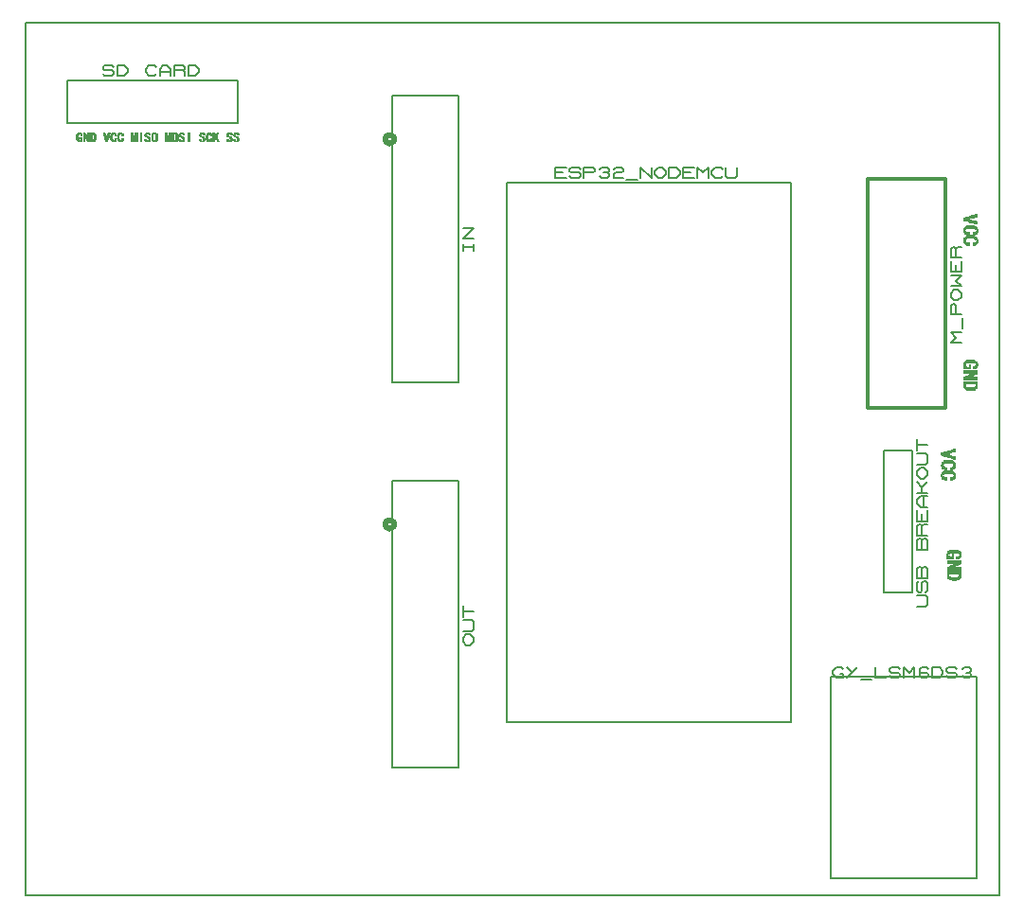
<source format=gbr>
G04 PROTEUS GERBER X2 FILE*
%TF.GenerationSoftware,Labcenter,Proteus,8.9-SP0-Build27865*%
%TF.CreationDate,2020-11-24T08:56:55+00:00*%
%TF.FileFunction,Legend,Top*%
%TF.FilePolarity,Positive*%
%TF.Part,Single*%
%TF.SameCoordinates,{ee39a552-392a-4f40-a773-eadb6806b216}*%
%FSLAX45Y45*%
%MOMM*%
G01*
%TA.AperFunction,Profile*%
%ADD20C,0.203200*%
%TA.AperFunction,Material*%
%ADD27C,0.508000*%
%ADD28C,0.152400*%
%ADD29C,0.203200*%
%ADD72C,0.304800*%
%ADD73C,0.063500*%
%TD.AperFunction*%
D20*
X-9300000Y-6350000D02*
X-600000Y-6350000D01*
X-600000Y+1450000D01*
X-9300000Y+1450000D01*
X-9300000Y-6350000D01*
D27*
X-6006400Y+412000D02*
X-6006531Y+415158D01*
X-6007597Y+421476D01*
X-6009828Y+427794D01*
X-6013473Y+434112D01*
X-6019048Y+440351D01*
X-6025366Y+444947D01*
X-6031684Y+447880D01*
X-6038002Y+449542D01*
X-6044320Y+450100D01*
X-6044500Y+450100D01*
X-6082600Y+412000D02*
X-6082469Y+415158D01*
X-6081403Y+421476D01*
X-6079172Y+427794D01*
X-6075527Y+434112D01*
X-6069952Y+440351D01*
X-6063634Y+444947D01*
X-6057316Y+447880D01*
X-6050998Y+449542D01*
X-6044680Y+450100D01*
X-6044500Y+450100D01*
X-6082600Y+412000D02*
X-6082469Y+408842D01*
X-6081403Y+402524D01*
X-6079172Y+396206D01*
X-6075527Y+389888D01*
X-6069952Y+383649D01*
X-6063634Y+379053D01*
X-6057316Y+376120D01*
X-6050998Y+374458D01*
X-6044680Y+373900D01*
X-6044500Y+373900D01*
X-6006400Y+412000D02*
X-6006531Y+408842D01*
X-6007597Y+402524D01*
X-6009828Y+396206D01*
X-6013473Y+389888D01*
X-6019048Y+383649D01*
X-6025366Y+379053D01*
X-6031684Y+376120D01*
X-6038002Y+374458D01*
X-6044320Y+373900D01*
X-6044500Y+373900D01*
D28*
X-6026720Y+805700D02*
X-6026720Y-1759700D01*
X-5427280Y-1759700D01*
X-5427280Y+805700D01*
X-6026720Y+805700D01*
D29*
X-5389180Y-588125D02*
X-5389180Y-524625D01*
X-5389180Y-556375D02*
X-5297740Y-556375D01*
X-5297740Y-588125D02*
X-5297740Y-524625D01*
X-5297740Y-477000D02*
X-5389180Y-477000D01*
X-5297740Y-381750D01*
X-5389180Y-381750D01*
X-5000000Y-4800000D02*
X-2460000Y-4800000D01*
X-2460000Y+26000D01*
X-5000000Y+26000D01*
X-5000000Y-4800000D01*
X-4468670Y+66640D02*
X-4563920Y+66640D01*
X-4563920Y+158080D01*
X-4468670Y+158080D01*
X-4563920Y+112360D02*
X-4500420Y+112360D01*
X-4436920Y+81880D02*
X-4421045Y+66640D01*
X-4357545Y+66640D01*
X-4341670Y+81880D01*
X-4341670Y+97120D01*
X-4357545Y+112360D01*
X-4421045Y+112360D01*
X-4436920Y+127600D01*
X-4436920Y+142840D01*
X-4421045Y+158080D01*
X-4357545Y+158080D01*
X-4341670Y+142840D01*
X-4309920Y+66640D02*
X-4309920Y+158080D01*
X-4230545Y+158080D01*
X-4214670Y+142840D01*
X-4214670Y+127600D01*
X-4230545Y+112360D01*
X-4309920Y+112360D01*
X-4167045Y+142840D02*
X-4151170Y+158080D01*
X-4103545Y+158080D01*
X-4087670Y+142840D01*
X-4087670Y+127600D01*
X-4103545Y+112360D01*
X-4087670Y+97120D01*
X-4087670Y+81880D01*
X-4103545Y+66640D01*
X-4151170Y+66640D01*
X-4167045Y+81880D01*
X-4135295Y+112360D02*
X-4103545Y+112360D01*
X-4040045Y+142840D02*
X-4024170Y+158080D01*
X-3976545Y+158080D01*
X-3960670Y+142840D01*
X-3960670Y+127600D01*
X-3976545Y+112360D01*
X-4024170Y+112360D01*
X-4040045Y+97120D01*
X-4040045Y+66640D01*
X-3960670Y+66640D01*
X-3928920Y+51400D02*
X-3833670Y+51400D01*
X-3801920Y+66640D02*
X-3801920Y+158080D01*
X-3706670Y+66640D01*
X-3706670Y+158080D01*
X-3674920Y+127600D02*
X-3643170Y+158080D01*
X-3611420Y+158080D01*
X-3579670Y+127600D01*
X-3579670Y+97120D01*
X-3611420Y+66640D01*
X-3643170Y+66640D01*
X-3674920Y+97120D01*
X-3674920Y+127600D01*
X-3547920Y+66640D02*
X-3547920Y+158080D01*
X-3484420Y+158080D01*
X-3452670Y+127600D01*
X-3452670Y+97120D01*
X-3484420Y+66640D01*
X-3547920Y+66640D01*
X-3325670Y+66640D02*
X-3420920Y+66640D01*
X-3420920Y+158080D01*
X-3325670Y+158080D01*
X-3420920Y+112360D02*
X-3357420Y+112360D01*
X-3293920Y+66640D02*
X-3293920Y+158080D01*
X-3246295Y+112360D01*
X-3198670Y+158080D01*
X-3198670Y+66640D01*
X-3071670Y+81880D02*
X-3087545Y+66640D01*
X-3135170Y+66640D01*
X-3166920Y+97120D01*
X-3166920Y+127600D01*
X-3135170Y+158080D01*
X-3087545Y+158080D01*
X-3071670Y+142840D01*
X-3039920Y+158080D02*
X-3039920Y+81880D01*
X-3024045Y+66640D01*
X-2960545Y+66640D01*
X-2944670Y+81880D01*
X-2944670Y+158080D01*
D27*
X-6006400Y-3034000D02*
X-6006531Y-3030842D01*
X-6007597Y-3024524D01*
X-6009828Y-3018206D01*
X-6013473Y-3011888D01*
X-6019048Y-3005649D01*
X-6025366Y-3001053D01*
X-6031684Y-2998120D01*
X-6038002Y-2996458D01*
X-6044320Y-2995900D01*
X-6044500Y-2995900D01*
X-6082600Y-3034000D02*
X-6082469Y-3030842D01*
X-6081403Y-3024524D01*
X-6079172Y-3018206D01*
X-6075527Y-3011888D01*
X-6069952Y-3005649D01*
X-6063634Y-3001053D01*
X-6057316Y-2998120D01*
X-6050998Y-2996458D01*
X-6044680Y-2995900D01*
X-6044500Y-2995900D01*
X-6082600Y-3034000D02*
X-6082469Y-3037158D01*
X-6081403Y-3043476D01*
X-6079172Y-3049794D01*
X-6075527Y-3056112D01*
X-6069952Y-3062351D01*
X-6063634Y-3066947D01*
X-6057316Y-3069880D01*
X-6050998Y-3071542D01*
X-6044680Y-3072100D01*
X-6044500Y-3072100D01*
X-6006400Y-3034000D02*
X-6006531Y-3037158D01*
X-6007597Y-3043476D01*
X-6009828Y-3049794D01*
X-6013473Y-3056112D01*
X-6019048Y-3062351D01*
X-6025366Y-3066947D01*
X-6031684Y-3069880D01*
X-6038002Y-3071542D01*
X-6044320Y-3072100D01*
X-6044500Y-3072100D01*
D28*
X-6026720Y-2640300D02*
X-6026720Y-5205700D01*
X-5427280Y-5205700D01*
X-5427280Y-2640300D01*
X-6026720Y-2640300D01*
D29*
X-5358700Y-4113500D02*
X-5389180Y-4081750D01*
X-5389180Y-4050000D01*
X-5358700Y-4018250D01*
X-5328220Y-4018250D01*
X-5297740Y-4050000D01*
X-5297740Y-4081750D01*
X-5328220Y-4113500D01*
X-5358700Y-4113500D01*
X-5389180Y-3986500D02*
X-5312980Y-3986500D01*
X-5297740Y-3970625D01*
X-5297740Y-3907125D01*
X-5312980Y-3891250D01*
X-5389180Y-3891250D01*
X-5389180Y-3859500D02*
X-5389180Y-3764250D01*
X-5389180Y-3811875D02*
X-5297740Y-3811875D01*
X-8927000Y+559500D02*
X-7403000Y+559500D01*
X-7403000Y+940500D01*
X-8927000Y+940500D01*
X-8927000Y+559500D01*
X-8609500Y+996380D02*
X-8593625Y+981140D01*
X-8530125Y+981140D01*
X-8514250Y+996380D01*
X-8514250Y+1011620D01*
X-8530125Y+1026860D01*
X-8593625Y+1026860D01*
X-8609500Y+1042100D01*
X-8609500Y+1057340D01*
X-8593625Y+1072580D01*
X-8530125Y+1072580D01*
X-8514250Y+1057340D01*
X-8482500Y+981140D02*
X-8482500Y+1072580D01*
X-8419000Y+1072580D01*
X-8387250Y+1042100D01*
X-8387250Y+1011620D01*
X-8419000Y+981140D01*
X-8482500Y+981140D01*
X-8133250Y+996380D02*
X-8149125Y+981140D01*
X-8196750Y+981140D01*
X-8228500Y+1011620D01*
X-8228500Y+1042100D01*
X-8196750Y+1072580D01*
X-8149125Y+1072580D01*
X-8133250Y+1057340D01*
X-8101500Y+981140D02*
X-8101500Y+1042100D01*
X-8069750Y+1072580D01*
X-8038000Y+1072580D01*
X-8006250Y+1042100D01*
X-8006250Y+981140D01*
X-8101500Y+1011620D02*
X-8006250Y+1011620D01*
X-7974500Y+981140D02*
X-7974500Y+1072580D01*
X-7895125Y+1072580D01*
X-7879250Y+1057340D01*
X-7879250Y+1042100D01*
X-7895125Y+1026860D01*
X-7974500Y+1026860D01*
X-7895125Y+1026860D02*
X-7879250Y+1011620D01*
X-7879250Y+981140D01*
X-7847500Y+981140D02*
X-7847500Y+1072580D01*
X-7784000Y+1072580D01*
X-7752250Y+1042100D01*
X-7752250Y+1011620D01*
X-7784000Y+981140D01*
X-7847500Y+981140D01*
X-1627000Y-3639000D02*
X-1373000Y-3639000D01*
X-1373000Y-2369000D01*
X-1627000Y-2369000D01*
X-1627000Y-3639000D01*
X-1332360Y-3766000D02*
X-1256160Y-3766000D01*
X-1240920Y-3750125D01*
X-1240920Y-3686625D01*
X-1256160Y-3670750D01*
X-1332360Y-3670750D01*
X-1256160Y-3639000D02*
X-1240920Y-3623125D01*
X-1240920Y-3559625D01*
X-1256160Y-3543750D01*
X-1271400Y-3543750D01*
X-1286640Y-3559625D01*
X-1286640Y-3623125D01*
X-1301880Y-3639000D01*
X-1317120Y-3639000D01*
X-1332360Y-3623125D01*
X-1332360Y-3559625D01*
X-1317120Y-3543750D01*
X-1240920Y-3512000D02*
X-1332360Y-3512000D01*
X-1332360Y-3432625D01*
X-1317120Y-3416750D01*
X-1301880Y-3416750D01*
X-1286640Y-3432625D01*
X-1271400Y-3416750D01*
X-1256160Y-3416750D01*
X-1240920Y-3432625D01*
X-1240920Y-3512000D01*
X-1286640Y-3512000D02*
X-1286640Y-3432625D01*
X-1240920Y-3258000D02*
X-1332360Y-3258000D01*
X-1332360Y-3178625D01*
X-1317120Y-3162750D01*
X-1301880Y-3162750D01*
X-1286640Y-3178625D01*
X-1271400Y-3162750D01*
X-1256160Y-3162750D01*
X-1240920Y-3178625D01*
X-1240920Y-3258000D01*
X-1286640Y-3258000D02*
X-1286640Y-3178625D01*
X-1240920Y-3131000D02*
X-1332360Y-3131000D01*
X-1332360Y-3051625D01*
X-1317120Y-3035750D01*
X-1301880Y-3035750D01*
X-1286640Y-3051625D01*
X-1286640Y-3131000D01*
X-1286640Y-3051625D02*
X-1271400Y-3035750D01*
X-1240920Y-3035750D01*
X-1240920Y-2908750D02*
X-1240920Y-3004000D01*
X-1332360Y-3004000D01*
X-1332360Y-2908750D01*
X-1286640Y-3004000D02*
X-1286640Y-2940500D01*
X-1240920Y-2877000D02*
X-1301880Y-2877000D01*
X-1332360Y-2845250D01*
X-1332360Y-2813500D01*
X-1301880Y-2781750D01*
X-1240920Y-2781750D01*
X-1271400Y-2877000D02*
X-1271400Y-2781750D01*
X-1332360Y-2750000D02*
X-1240920Y-2750000D01*
X-1332360Y-2654750D02*
X-1286640Y-2702375D01*
X-1240920Y-2654750D01*
X-1286640Y-2750000D02*
X-1286640Y-2702375D01*
X-1301880Y-2623000D02*
X-1332360Y-2591250D01*
X-1332360Y-2559500D01*
X-1301880Y-2527750D01*
X-1271400Y-2527750D01*
X-1240920Y-2559500D01*
X-1240920Y-2591250D01*
X-1271400Y-2623000D01*
X-1301880Y-2623000D01*
X-1332360Y-2496000D02*
X-1256160Y-2496000D01*
X-1240920Y-2480125D01*
X-1240920Y-2416625D01*
X-1256160Y-2400750D01*
X-1332360Y-2400750D01*
X-1332360Y-2369000D02*
X-1332360Y-2273750D01*
X-1332360Y-2321375D02*
X-1240920Y-2321375D01*
D72*
X-1775000Y-1992000D02*
X-1075000Y-1992000D01*
X-1075000Y+58000D01*
X-1775000Y+58000D01*
X-1775000Y-1992000D01*
D29*
X-937840Y-1411500D02*
X-1029280Y-1411500D01*
X-983560Y-1363875D01*
X-1029280Y-1316250D01*
X-937840Y-1316250D01*
X-922600Y-1284500D02*
X-922600Y-1189250D01*
X-937840Y-1157500D02*
X-1029280Y-1157500D01*
X-1029280Y-1078125D01*
X-1014040Y-1062250D01*
X-998800Y-1062250D01*
X-983560Y-1078125D01*
X-983560Y-1157500D01*
X-998800Y-1030500D02*
X-1029280Y-998750D01*
X-1029280Y-967000D01*
X-998800Y-935250D01*
X-968320Y-935250D01*
X-937840Y-967000D01*
X-937840Y-998750D01*
X-968320Y-1030500D01*
X-998800Y-1030500D01*
X-1029280Y-903500D02*
X-937840Y-903500D01*
X-983560Y-855875D01*
X-937840Y-808250D01*
X-1029280Y-808250D01*
X-937840Y-681250D02*
X-937840Y-776500D01*
X-1029280Y-776500D01*
X-1029280Y-681250D01*
X-983560Y-776500D02*
X-983560Y-713000D01*
X-937840Y-649500D02*
X-1029280Y-649500D01*
X-1029280Y-570125D01*
X-1014040Y-554250D01*
X-998800Y-554250D01*
X-983560Y-570125D01*
X-983560Y-649500D01*
X-983560Y-570125D02*
X-968320Y-554250D01*
X-937840Y-554250D01*
D73*
X-8832220Y+393945D02*
X-8811900Y+393945D01*
X-8806820Y+393945D02*
X-8796660Y+393945D01*
X-8786500Y+393945D02*
X-8771260Y+393945D01*
X-8750940Y+393945D02*
X-8735700Y+393945D01*
X-8725540Y+393945D02*
X-8700140Y+393945D01*
X-8583300Y+393945D02*
X-8568060Y+393945D01*
X-8522340Y+393945D02*
X-8507100Y+393945D01*
X-8461380Y+393945D02*
X-8446140Y+393945D01*
X-8359780Y+393945D02*
X-8344540Y+393945D01*
X-8339460Y+393945D02*
X-8329300Y+393945D01*
X-8319140Y+393945D02*
X-8303900Y+393945D01*
X-8278500Y+393945D02*
X-8263260Y+393945D01*
X-8222620Y+393945D02*
X-8202300Y+393945D01*
X-8161660Y+393945D02*
X-8141340Y+393945D01*
X-8054980Y+393945D02*
X-8039740Y+393945D01*
X-8034660Y+393945D02*
X-8024500Y+393945D01*
X-8014340Y+393945D02*
X-7999100Y+393945D01*
X-7978780Y+393945D02*
X-7958460Y+393945D01*
X-7917820Y+393945D02*
X-7897500Y+393945D01*
X-7851780Y+393945D02*
X-7836540Y+393945D01*
X-7734940Y+393945D02*
X-7714620Y+393945D01*
X-7668900Y+393945D02*
X-7653660Y+393945D01*
X-7628260Y+393945D02*
X-7613020Y+393945D01*
X-7587620Y+393945D02*
X-7572380Y+393945D01*
X-7491100Y+393945D02*
X-7470780Y+393945D01*
X-7430140Y+393945D02*
X-7409820Y+393945D01*
X-8837300Y+399025D02*
X-8796660Y+399025D01*
X-8786500Y+399025D02*
X-8771260Y+399025D01*
X-8750940Y+399025D02*
X-8735700Y+399025D01*
X-8725540Y+399025D02*
X-8684900Y+399025D01*
X-8588380Y+399025D02*
X-8568060Y+399025D01*
X-8532500Y+399025D02*
X-8496940Y+399025D01*
X-8471540Y+399025D02*
X-8435980Y+399025D01*
X-8359780Y+399025D02*
X-8344540Y+399025D01*
X-8339460Y+399025D02*
X-8324220Y+399025D01*
X-8319140Y+399025D02*
X-8303900Y+399025D01*
X-8278500Y+399025D02*
X-8263260Y+399025D01*
X-8232780Y+399025D02*
X-8192140Y+399025D01*
X-8166740Y+399025D02*
X-8131180Y+399025D01*
X-8054980Y+399025D02*
X-8039740Y+399025D01*
X-8034660Y+399025D02*
X-8019420Y+399025D01*
X-8014340Y+399025D02*
X-7999100Y+399025D01*
X-7983860Y+399025D02*
X-7948300Y+399025D01*
X-7927980Y+399025D02*
X-7887340Y+399025D01*
X-7851780Y+399025D02*
X-7836540Y+399025D01*
X-7745100Y+399025D02*
X-7704460Y+399025D01*
X-7679060Y+399025D02*
X-7643500Y+399025D01*
X-7628260Y+399025D02*
X-7613020Y+399025D01*
X-7592700Y+399025D02*
X-7577460Y+399025D01*
X-7501260Y+399025D02*
X-7460620Y+399025D01*
X-7440300Y+399025D02*
X-7399660Y+399025D01*
X-8842380Y+404105D02*
X-8822060Y+404105D01*
X-8816980Y+404105D02*
X-8796660Y+404105D01*
X-8786500Y+404105D02*
X-8771260Y+404105D01*
X-8756020Y+404105D02*
X-8735700Y+404105D01*
X-8725540Y+404105D02*
X-8710300Y+404105D01*
X-8700140Y+404105D02*
X-8679820Y+404105D01*
X-8588380Y+404105D02*
X-8568060Y+404105D01*
X-8537580Y+404105D02*
X-8517260Y+404105D01*
X-8512180Y+404105D02*
X-8491860Y+404105D01*
X-8476620Y+404105D02*
X-8456300Y+404105D01*
X-8451220Y+404105D02*
X-8430900Y+404105D01*
X-8359780Y+404105D02*
X-8344540Y+404105D01*
X-8339460Y+404105D02*
X-8324220Y+404105D01*
X-8319140Y+404105D02*
X-8303900Y+404105D01*
X-8278500Y+404105D02*
X-8263260Y+404105D01*
X-8237860Y+404105D02*
X-8217540Y+404105D01*
X-8207380Y+404105D02*
X-8187060Y+404105D01*
X-8171820Y+404105D02*
X-8156580Y+404105D01*
X-8146420Y+404105D02*
X-8126100Y+404105D01*
X-8054980Y+404105D02*
X-8039740Y+404105D01*
X-8034660Y+404105D02*
X-8019420Y+404105D01*
X-8014340Y+404105D02*
X-7999100Y+404105D01*
X-7988940Y+404105D02*
X-7973700Y+404105D01*
X-7963540Y+404105D02*
X-7943220Y+404105D01*
X-7933060Y+404105D02*
X-7912740Y+404105D01*
X-7902580Y+404105D02*
X-7882260Y+404105D01*
X-7851780Y+404105D02*
X-7836540Y+404105D01*
X-7750180Y+404105D02*
X-7729860Y+404105D01*
X-7719700Y+404105D02*
X-7699380Y+404105D01*
X-7684140Y+404105D02*
X-7663820Y+404105D01*
X-7658740Y+404105D02*
X-7638420Y+404105D01*
X-7628260Y+404105D02*
X-7613020Y+404105D01*
X-7592700Y+404105D02*
X-7577460Y+404105D01*
X-7506340Y+404105D02*
X-7486020Y+404105D01*
X-7475860Y+404105D02*
X-7455540Y+404105D01*
X-7445380Y+404105D02*
X-7425060Y+404105D01*
X-7414900Y+404105D02*
X-7394580Y+404105D01*
X-8847460Y+409185D02*
X-8827140Y+409185D01*
X-8811900Y+409185D02*
X-8796660Y+409185D01*
X-8786500Y+409185D02*
X-8771260Y+409185D01*
X-8756020Y+409185D02*
X-8735700Y+409185D01*
X-8725540Y+409185D02*
X-8710300Y+409185D01*
X-8695060Y+409185D02*
X-8674740Y+409185D01*
X-8588380Y+409185D02*
X-8568060Y+409185D01*
X-8542660Y+409185D02*
X-8522340Y+409185D01*
X-8507100Y+409185D02*
X-8491860Y+409185D01*
X-8481700Y+409185D02*
X-8461380Y+409185D01*
X-8446140Y+409185D02*
X-8430900Y+409185D01*
X-8359780Y+409185D02*
X-8324220Y+409185D01*
X-8319140Y+409185D02*
X-8303900Y+409185D01*
X-8278500Y+409185D02*
X-8263260Y+409185D01*
X-8237860Y+409185D02*
X-8222620Y+409185D01*
X-8202300Y+409185D02*
X-8187060Y+409185D01*
X-8176900Y+409185D02*
X-8161660Y+409185D01*
X-8141340Y+409185D02*
X-8126100Y+409185D01*
X-8054980Y+409185D02*
X-8019420Y+409185D01*
X-8014340Y+409185D02*
X-7999100Y+409185D01*
X-7994020Y+409185D02*
X-7978780Y+409185D01*
X-7958460Y+409185D02*
X-7943220Y+409185D01*
X-7933060Y+409185D02*
X-7917820Y+409185D01*
X-7897500Y+409185D02*
X-7882260Y+409185D01*
X-7851780Y+409185D02*
X-7836540Y+409185D01*
X-7750180Y+409185D02*
X-7734940Y+409185D01*
X-7714620Y+409185D02*
X-7699380Y+409185D01*
X-7689220Y+409185D02*
X-7668900Y+409185D01*
X-7653660Y+409185D02*
X-7638420Y+409185D01*
X-7628260Y+409185D02*
X-7613020Y+409185D01*
X-7597780Y+409185D02*
X-7582540Y+409185D01*
X-7506340Y+409185D02*
X-7491100Y+409185D01*
X-7470780Y+409185D02*
X-7455540Y+409185D01*
X-7445380Y+409185D02*
X-7430140Y+409185D01*
X-7409820Y+409185D02*
X-7394580Y+409185D01*
X-8847460Y+414265D02*
X-8832220Y+414265D01*
X-8811900Y+414265D02*
X-8796660Y+414265D01*
X-8786500Y+414265D02*
X-8771260Y+414265D01*
X-8761100Y+414265D02*
X-8735700Y+414265D01*
X-8725540Y+414265D02*
X-8710300Y+414265D01*
X-8689980Y+414265D02*
X-8674740Y+414265D01*
X-8593460Y+414265D02*
X-8562980Y+414265D01*
X-8542660Y+414265D02*
X-8527420Y+414265D01*
X-8507100Y+414265D02*
X-8491860Y+414265D01*
X-8481700Y+414265D02*
X-8466460Y+414265D01*
X-8446140Y+414265D02*
X-8430900Y+414265D01*
X-8359780Y+414265D02*
X-8324220Y+414265D01*
X-8319140Y+414265D02*
X-8303900Y+414265D01*
X-8278500Y+414265D02*
X-8263260Y+414265D01*
X-8237860Y+414265D02*
X-8222620Y+414265D01*
X-8202300Y+414265D02*
X-8187060Y+414265D01*
X-8176900Y+414265D02*
X-8161660Y+414265D01*
X-8141340Y+414265D02*
X-8126100Y+414265D01*
X-8054980Y+414265D02*
X-8019420Y+414265D01*
X-8014340Y+414265D02*
X-7999100Y+414265D01*
X-7994020Y+414265D02*
X-7978780Y+414265D01*
X-7958460Y+414265D02*
X-7943220Y+414265D01*
X-7933060Y+414265D02*
X-7917820Y+414265D01*
X-7897500Y+414265D02*
X-7882260Y+414265D01*
X-7851780Y+414265D02*
X-7836540Y+414265D01*
X-7750180Y+414265D02*
X-7734940Y+414265D01*
X-7714620Y+414265D02*
X-7699380Y+414265D01*
X-7689220Y+414265D02*
X-7673980Y+414265D01*
X-7653660Y+414265D02*
X-7638420Y+414265D01*
X-7628260Y+414265D02*
X-7613020Y+414265D01*
X-7602860Y+414265D02*
X-7582540Y+414265D01*
X-7506340Y+414265D02*
X-7491100Y+414265D01*
X-7470780Y+414265D02*
X-7455540Y+414265D01*
X-7445380Y+414265D02*
X-7430140Y+414265D01*
X-7409820Y+414265D02*
X-7394580Y+414265D01*
X-8847460Y+419345D02*
X-8832220Y+419345D01*
X-8811900Y+419345D02*
X-8796660Y+419345D01*
X-8786500Y+419345D02*
X-8771260Y+419345D01*
X-8761100Y+419345D02*
X-8735700Y+419345D01*
X-8725540Y+419345D02*
X-8710300Y+419345D01*
X-8689980Y+419345D02*
X-8674740Y+419345D01*
X-8593460Y+419345D02*
X-8562980Y+419345D01*
X-8542660Y+419345D02*
X-8527420Y+419345D01*
X-8502020Y+419345D02*
X-8486780Y+419345D01*
X-8481700Y+419345D02*
X-8466460Y+419345D01*
X-8441060Y+419345D02*
X-8425820Y+419345D01*
X-8359780Y+419345D02*
X-8324220Y+419345D01*
X-8319140Y+419345D02*
X-8303900Y+419345D01*
X-8278500Y+419345D02*
X-8263260Y+419345D01*
X-8202300Y+419345D02*
X-8187060Y+419345D01*
X-8176900Y+419345D02*
X-8161660Y+419345D01*
X-8141340Y+419345D02*
X-8126100Y+419345D01*
X-8054980Y+419345D02*
X-8019420Y+419345D01*
X-8014340Y+419345D02*
X-7999100Y+419345D01*
X-7994020Y+419345D02*
X-7978780Y+419345D01*
X-7958460Y+419345D02*
X-7943220Y+419345D01*
X-7897500Y+419345D02*
X-7882260Y+419345D01*
X-7851780Y+419345D02*
X-7836540Y+419345D01*
X-7714620Y+419345D02*
X-7699380Y+419345D01*
X-7689220Y+419345D02*
X-7673980Y+419345D01*
X-7648580Y+419345D02*
X-7633340Y+419345D01*
X-7628260Y+419345D02*
X-7613020Y+419345D01*
X-7602860Y+419345D02*
X-7587620Y+419345D01*
X-7470780Y+419345D02*
X-7455540Y+419345D01*
X-7409820Y+419345D02*
X-7394580Y+419345D01*
X-8847460Y+424425D02*
X-8832220Y+424425D01*
X-8822060Y+424425D02*
X-8796660Y+424425D01*
X-8786500Y+424425D02*
X-8771260Y+424425D01*
X-8766180Y+424425D02*
X-8735700Y+424425D01*
X-8725540Y+424425D02*
X-8710300Y+424425D01*
X-8689980Y+424425D02*
X-8674740Y+424425D01*
X-8593460Y+424425D02*
X-8562980Y+424425D01*
X-8542660Y+424425D02*
X-8527420Y+424425D01*
X-8502020Y+424425D02*
X-8486780Y+424425D01*
X-8481700Y+424425D02*
X-8466460Y+424425D01*
X-8441060Y+424425D02*
X-8425820Y+424425D01*
X-8359780Y+424425D02*
X-8303900Y+424425D01*
X-8278500Y+424425D02*
X-8263260Y+424425D01*
X-8207380Y+424425D02*
X-8187060Y+424425D01*
X-8176900Y+424425D02*
X-8161660Y+424425D01*
X-8141340Y+424425D02*
X-8121020Y+424425D01*
X-8054980Y+424425D02*
X-7999100Y+424425D01*
X-7994020Y+424425D02*
X-7978780Y+424425D01*
X-7958460Y+424425D02*
X-7938140Y+424425D01*
X-7902580Y+424425D02*
X-7882260Y+424425D01*
X-7851780Y+424425D02*
X-7836540Y+424425D01*
X-7719700Y+424425D02*
X-7699380Y+424425D01*
X-7689220Y+424425D02*
X-7673980Y+424425D01*
X-7648580Y+424425D02*
X-7633340Y+424425D01*
X-7628260Y+424425D02*
X-7613020Y+424425D01*
X-7607940Y+424425D02*
X-7587620Y+424425D01*
X-7475860Y+424425D02*
X-7455540Y+424425D01*
X-7414900Y+424425D02*
X-7394580Y+424425D01*
X-8847460Y+429505D02*
X-8832220Y+429505D01*
X-8822060Y+429505D02*
X-8796660Y+429505D01*
X-8786500Y+429505D02*
X-8771260Y+429505D01*
X-8766180Y+429505D02*
X-8735700Y+429505D01*
X-8725540Y+429505D02*
X-8710300Y+429505D01*
X-8689980Y+429505D02*
X-8669660Y+429505D01*
X-8593460Y+429505D02*
X-8578220Y+429505D01*
X-8573140Y+429505D02*
X-8557900Y+429505D01*
X-8542660Y+429505D02*
X-8527420Y+429505D01*
X-8481700Y+429505D02*
X-8466460Y+429505D01*
X-8359780Y+429505D02*
X-8303900Y+429505D01*
X-8278500Y+429505D02*
X-8263260Y+429505D01*
X-8212460Y+429505D02*
X-8192140Y+429505D01*
X-8176900Y+429505D02*
X-8161660Y+429505D01*
X-8141340Y+429505D02*
X-8121020Y+429505D01*
X-8054980Y+429505D02*
X-7999100Y+429505D01*
X-7994020Y+429505D02*
X-7978780Y+429505D01*
X-7958460Y+429505D02*
X-7938140Y+429505D01*
X-7907660Y+429505D02*
X-7887340Y+429505D01*
X-7851780Y+429505D02*
X-7836540Y+429505D01*
X-7724780Y+429505D02*
X-7704460Y+429505D01*
X-7689220Y+429505D02*
X-7673980Y+429505D01*
X-7628260Y+429505D02*
X-7592700Y+429505D01*
X-7480940Y+429505D02*
X-7460620Y+429505D01*
X-7419980Y+429505D02*
X-7399660Y+429505D01*
X-8847460Y+434585D02*
X-8832220Y+434585D01*
X-8786500Y+434585D02*
X-8756020Y+434585D01*
X-8750940Y+434585D02*
X-8735700Y+434585D01*
X-8725540Y+434585D02*
X-8710300Y+434585D01*
X-8689980Y+434585D02*
X-8669660Y+434585D01*
X-8598540Y+434585D02*
X-8583300Y+434585D01*
X-8573140Y+434585D02*
X-8557900Y+434585D01*
X-8542660Y+434585D02*
X-8527420Y+434585D01*
X-8481700Y+434585D02*
X-8466460Y+434585D01*
X-8359780Y+434585D02*
X-8303900Y+434585D01*
X-8278500Y+434585D02*
X-8263260Y+434585D01*
X-8227700Y+434585D02*
X-8197220Y+434585D01*
X-8176900Y+434585D02*
X-8161660Y+434585D01*
X-8141340Y+434585D02*
X-8121020Y+434585D01*
X-8054980Y+434585D02*
X-7999100Y+434585D01*
X-7994020Y+434585D02*
X-7978780Y+434585D01*
X-7958460Y+434585D02*
X-7938140Y+434585D01*
X-7922900Y+434585D02*
X-7892420Y+434585D01*
X-7851780Y+434585D02*
X-7836540Y+434585D01*
X-7740020Y+434585D02*
X-7709540Y+434585D01*
X-7689220Y+434585D02*
X-7673980Y+434585D01*
X-7628260Y+434585D02*
X-7592700Y+434585D01*
X-7496180Y+434585D02*
X-7465700Y+434585D01*
X-7435220Y+434585D02*
X-7404740Y+434585D01*
X-8847460Y+439665D02*
X-8832220Y+439665D01*
X-8786500Y+439665D02*
X-8756020Y+439665D01*
X-8750940Y+439665D02*
X-8735700Y+439665D01*
X-8725540Y+439665D02*
X-8710300Y+439665D01*
X-8689980Y+439665D02*
X-8674740Y+439665D01*
X-8598540Y+439665D02*
X-8583300Y+439665D01*
X-8573140Y+439665D02*
X-8557900Y+439665D01*
X-8542660Y+439665D02*
X-8527420Y+439665D01*
X-8481700Y+439665D02*
X-8466460Y+439665D01*
X-8359780Y+439665D02*
X-8334380Y+439665D01*
X-8329300Y+439665D02*
X-8303900Y+439665D01*
X-8278500Y+439665D02*
X-8263260Y+439665D01*
X-8232780Y+439665D02*
X-8207380Y+439665D01*
X-8176900Y+439665D02*
X-8161660Y+439665D01*
X-8141340Y+439665D02*
X-8121020Y+439665D01*
X-8054980Y+439665D02*
X-8029580Y+439665D01*
X-8024500Y+439665D02*
X-7999100Y+439665D01*
X-7994020Y+439665D02*
X-7978780Y+439665D01*
X-7958460Y+439665D02*
X-7938140Y+439665D01*
X-7927980Y+439665D02*
X-7902580Y+439665D01*
X-7851780Y+439665D02*
X-7836540Y+439665D01*
X-7745100Y+439665D02*
X-7719700Y+439665D01*
X-7689220Y+439665D02*
X-7673980Y+439665D01*
X-7628260Y+439665D02*
X-7597780Y+439665D01*
X-7501260Y+439665D02*
X-7475860Y+439665D01*
X-7440300Y+439665D02*
X-7414900Y+439665D01*
X-8847460Y+444745D02*
X-8832220Y+444745D01*
X-8786500Y+444745D02*
X-8756020Y+444745D01*
X-8750940Y+444745D02*
X-8735700Y+444745D01*
X-8725540Y+444745D02*
X-8710300Y+444745D01*
X-8689980Y+444745D02*
X-8674740Y+444745D01*
X-8598540Y+444745D02*
X-8583300Y+444745D01*
X-8573140Y+444745D02*
X-8557900Y+444745D01*
X-8542660Y+444745D02*
X-8527420Y+444745D01*
X-8502020Y+444745D02*
X-8486780Y+444745D01*
X-8481700Y+444745D02*
X-8466460Y+444745D01*
X-8441060Y+444745D02*
X-8425820Y+444745D01*
X-8359780Y+444745D02*
X-8334380Y+444745D01*
X-8329300Y+444745D02*
X-8303900Y+444745D01*
X-8278500Y+444745D02*
X-8263260Y+444745D01*
X-8237860Y+444745D02*
X-8217540Y+444745D01*
X-8176900Y+444745D02*
X-8161660Y+444745D01*
X-8141340Y+444745D02*
X-8126100Y+444745D01*
X-8054980Y+444745D02*
X-8029580Y+444745D01*
X-8024500Y+444745D02*
X-7999100Y+444745D01*
X-7994020Y+444745D02*
X-7978780Y+444745D01*
X-7958460Y+444745D02*
X-7943220Y+444745D01*
X-7933060Y+444745D02*
X-7912740Y+444745D01*
X-7851780Y+444745D02*
X-7836540Y+444745D01*
X-7750180Y+444745D02*
X-7729860Y+444745D01*
X-7689220Y+444745D02*
X-7673980Y+444745D01*
X-7648580Y+444745D02*
X-7633340Y+444745D01*
X-7628260Y+444745D02*
X-7597780Y+444745D01*
X-7506340Y+444745D02*
X-7486020Y+444745D01*
X-7445380Y+444745D02*
X-7425060Y+444745D01*
X-8847460Y+449825D02*
X-8832220Y+449825D01*
X-8811900Y+449825D02*
X-8796660Y+449825D01*
X-8786500Y+449825D02*
X-8761100Y+449825D01*
X-8750940Y+449825D02*
X-8735700Y+449825D01*
X-8725540Y+449825D02*
X-8710300Y+449825D01*
X-8689980Y+449825D02*
X-8674740Y+449825D01*
X-8603620Y+449825D02*
X-8588380Y+449825D01*
X-8568060Y+449825D02*
X-8552820Y+449825D01*
X-8542660Y+449825D02*
X-8527420Y+449825D01*
X-8502020Y+449825D02*
X-8486780Y+449825D01*
X-8481700Y+449825D02*
X-8466460Y+449825D01*
X-8441060Y+449825D02*
X-8425820Y+449825D01*
X-8359780Y+449825D02*
X-8339460Y+449825D01*
X-8329300Y+449825D02*
X-8303900Y+449825D01*
X-8278500Y+449825D02*
X-8263260Y+449825D01*
X-8237860Y+449825D02*
X-8222620Y+449825D01*
X-8176900Y+449825D02*
X-8161660Y+449825D01*
X-8141340Y+449825D02*
X-8126100Y+449825D01*
X-8054980Y+449825D02*
X-8034660Y+449825D01*
X-8024500Y+449825D02*
X-7999100Y+449825D01*
X-7994020Y+449825D02*
X-7978780Y+449825D01*
X-7958460Y+449825D02*
X-7943220Y+449825D01*
X-7933060Y+449825D02*
X-7917820Y+449825D01*
X-7851780Y+449825D02*
X-7836540Y+449825D01*
X-7750180Y+449825D02*
X-7734940Y+449825D01*
X-7689220Y+449825D02*
X-7673980Y+449825D01*
X-7648580Y+449825D02*
X-7633340Y+449825D01*
X-7628260Y+449825D02*
X-7613020Y+449825D01*
X-7607940Y+449825D02*
X-7592700Y+449825D01*
X-7506340Y+449825D02*
X-7491100Y+449825D01*
X-7445380Y+449825D02*
X-7430140Y+449825D01*
X-8847460Y+454905D02*
X-8827140Y+454905D01*
X-8811900Y+454905D02*
X-8796660Y+454905D01*
X-8786500Y+454905D02*
X-8761100Y+454905D01*
X-8750940Y+454905D02*
X-8735700Y+454905D01*
X-8725540Y+454905D02*
X-8710300Y+454905D01*
X-8695060Y+454905D02*
X-8674740Y+454905D01*
X-8603620Y+454905D02*
X-8588380Y+454905D01*
X-8568060Y+454905D02*
X-8552820Y+454905D01*
X-8537580Y+454905D02*
X-8522340Y+454905D01*
X-8507100Y+454905D02*
X-8491860Y+454905D01*
X-8476620Y+454905D02*
X-8461380Y+454905D01*
X-8446140Y+454905D02*
X-8430900Y+454905D01*
X-8359780Y+454905D02*
X-8339460Y+454905D01*
X-8329300Y+454905D02*
X-8303900Y+454905D01*
X-8278500Y+454905D02*
X-8263260Y+454905D01*
X-8237860Y+454905D02*
X-8222620Y+454905D01*
X-8202300Y+454905D02*
X-8187060Y+454905D01*
X-8176900Y+454905D02*
X-8161660Y+454905D01*
X-8141340Y+454905D02*
X-8126100Y+454905D01*
X-8054980Y+454905D02*
X-8034660Y+454905D01*
X-8024500Y+454905D02*
X-7999100Y+454905D01*
X-7994020Y+454905D02*
X-7978780Y+454905D01*
X-7958460Y+454905D02*
X-7943220Y+454905D01*
X-7933060Y+454905D02*
X-7917820Y+454905D01*
X-7897500Y+454905D02*
X-7882260Y+454905D01*
X-7851780Y+454905D02*
X-7836540Y+454905D01*
X-7750180Y+454905D02*
X-7734940Y+454905D01*
X-7714620Y+454905D02*
X-7699380Y+454905D01*
X-7684140Y+454905D02*
X-7668900Y+454905D01*
X-7653660Y+454905D02*
X-7638420Y+454905D01*
X-7628260Y+454905D02*
X-7613020Y+454905D01*
X-7602860Y+454905D02*
X-7587620Y+454905D01*
X-7506340Y+454905D02*
X-7491100Y+454905D01*
X-7470780Y+454905D02*
X-7455540Y+454905D01*
X-7445380Y+454905D02*
X-7430140Y+454905D01*
X-7409820Y+454905D02*
X-7394580Y+454905D01*
X-8842380Y+459985D02*
X-8827140Y+459985D01*
X-8811900Y+459985D02*
X-8796660Y+459985D01*
X-8786500Y+459985D02*
X-8766180Y+459985D01*
X-8750940Y+459985D02*
X-8735700Y+459985D01*
X-8725540Y+459985D02*
X-8710300Y+459985D01*
X-8700140Y+459985D02*
X-8679820Y+459985D01*
X-8603620Y+459985D02*
X-8588380Y+459985D01*
X-8568060Y+459985D02*
X-8552820Y+459985D01*
X-8537580Y+459985D02*
X-8522340Y+459985D01*
X-8507100Y+459985D02*
X-8491860Y+459985D01*
X-8476620Y+459985D02*
X-8461380Y+459985D01*
X-8446140Y+459985D02*
X-8430900Y+459985D01*
X-8359780Y+459985D02*
X-8339460Y+459985D01*
X-8329300Y+459985D02*
X-8303900Y+459985D01*
X-8278500Y+459985D02*
X-8263260Y+459985D01*
X-8232780Y+459985D02*
X-8217540Y+459985D01*
X-8207380Y+459985D02*
X-8187060Y+459985D01*
X-8171820Y+459985D02*
X-8156580Y+459985D01*
X-8146420Y+459985D02*
X-8126100Y+459985D01*
X-8054980Y+459985D02*
X-8034660Y+459985D01*
X-8024500Y+459985D02*
X-7999100Y+459985D01*
X-7988940Y+459985D02*
X-7973700Y+459985D01*
X-7963540Y+459985D02*
X-7943220Y+459985D01*
X-7927980Y+459985D02*
X-7912740Y+459985D01*
X-7902580Y+459985D02*
X-7882260Y+459985D01*
X-7851780Y+459985D02*
X-7836540Y+459985D01*
X-7745100Y+459985D02*
X-7729860Y+459985D01*
X-7719700Y+459985D02*
X-7699380Y+459985D01*
X-7684140Y+459985D02*
X-7668900Y+459985D01*
X-7653660Y+459985D02*
X-7638420Y+459985D01*
X-7628260Y+459985D02*
X-7613020Y+459985D01*
X-7602860Y+459985D02*
X-7582540Y+459985D01*
X-7501260Y+459985D02*
X-7486020Y+459985D01*
X-7475860Y+459985D02*
X-7455540Y+459985D01*
X-7440300Y+459985D02*
X-7425060Y+459985D01*
X-7414900Y+459985D02*
X-7394580Y+459985D01*
X-8837300Y+465065D02*
X-8801740Y+465065D01*
X-8786500Y+465065D02*
X-8766180Y+465065D01*
X-8750940Y+465065D02*
X-8735700Y+465065D01*
X-8725540Y+465065D02*
X-8684900Y+465065D01*
X-8603620Y+465065D02*
X-8588380Y+465065D01*
X-8568060Y+465065D02*
X-8547740Y+465065D01*
X-8532500Y+465065D02*
X-8496940Y+465065D01*
X-8471540Y+465065D02*
X-8435980Y+465065D01*
X-8359780Y+465065D02*
X-8339460Y+465065D01*
X-8329300Y+465065D02*
X-8303900Y+465065D01*
X-8278500Y+465065D02*
X-8263260Y+465065D01*
X-8232780Y+465065D02*
X-8192140Y+465065D01*
X-8171820Y+465065D02*
X-8131180Y+465065D01*
X-8054980Y+465065D02*
X-8034660Y+465065D01*
X-8024500Y+465065D02*
X-7999100Y+465065D01*
X-7988940Y+465065D02*
X-7948300Y+465065D01*
X-7927980Y+465065D02*
X-7887340Y+465065D01*
X-7851780Y+465065D02*
X-7836540Y+465065D01*
X-7745100Y+465065D02*
X-7704460Y+465065D01*
X-7679060Y+465065D02*
X-7643500Y+465065D01*
X-7628260Y+465065D02*
X-7613020Y+465065D01*
X-7597780Y+465065D02*
X-7577460Y+465065D01*
X-7501260Y+465065D02*
X-7460620Y+465065D01*
X-7440300Y+465065D02*
X-7399660Y+465065D01*
X-8832220Y+470145D02*
X-8806820Y+470145D01*
X-8786500Y+470145D02*
X-8771260Y+470145D01*
X-8750940Y+470145D02*
X-8735700Y+470145D01*
X-8725540Y+470145D02*
X-8689980Y+470145D01*
X-8608700Y+470145D02*
X-8593460Y+470145D01*
X-8562980Y+470145D02*
X-8547740Y+470145D01*
X-8527420Y+470145D02*
X-8502020Y+470145D01*
X-8466460Y+470145D02*
X-8441060Y+470145D01*
X-8359780Y+470145D02*
X-8339460Y+470145D01*
X-8324220Y+470145D02*
X-8303900Y+470145D01*
X-8278500Y+470145D02*
X-8263260Y+470145D01*
X-8227700Y+470145D02*
X-8197220Y+470145D01*
X-8166740Y+470145D02*
X-8136260Y+470145D01*
X-8054980Y+470145D02*
X-8034660Y+470145D01*
X-8019420Y+470145D02*
X-7999100Y+470145D01*
X-7983860Y+470145D02*
X-7953380Y+470145D01*
X-7922900Y+470145D02*
X-7892420Y+470145D01*
X-7851780Y+470145D02*
X-7836540Y+470145D01*
X-7740020Y+470145D02*
X-7709540Y+470145D01*
X-7673980Y+470145D02*
X-7648580Y+470145D01*
X-7628260Y+470145D02*
X-7613020Y+470145D01*
X-7592700Y+470145D02*
X-7577460Y+470145D01*
X-7496180Y+470145D02*
X-7465700Y+470145D01*
X-7435220Y+470145D02*
X-7404740Y+470145D01*
X-1118672Y-2602837D02*
X-1118672Y-2587597D01*
X-1118672Y-2511397D02*
X-1118672Y-2496157D01*
X-1118672Y-2409797D02*
X-1118672Y-2389477D01*
X-1113592Y-2612997D02*
X-1113592Y-2572357D01*
X-1113592Y-2521557D02*
X-1113592Y-2480917D01*
X-1113592Y-2414877D02*
X-1113592Y-2389477D01*
X-1108512Y-2623157D02*
X-1108512Y-2567277D01*
X-1108512Y-2531717D02*
X-1108512Y-2475837D01*
X-1108512Y-2414877D02*
X-1108512Y-2389477D01*
X-1103432Y-2623157D02*
X-1103432Y-2597757D01*
X-1103432Y-2587597D02*
X-1103432Y-2562197D01*
X-1103432Y-2531717D02*
X-1103432Y-2506317D01*
X-1103432Y-2496157D02*
X-1103432Y-2470757D01*
X-1103432Y-2414877D02*
X-1103432Y-2389477D01*
X-1098352Y-2628237D02*
X-1098352Y-2602837D01*
X-1098352Y-2582517D02*
X-1098352Y-2557117D01*
X-1098352Y-2536797D02*
X-1098352Y-2511397D01*
X-1098352Y-2491077D02*
X-1098352Y-2465677D01*
X-1098352Y-2419957D02*
X-1098352Y-2384397D01*
X-1093272Y-2628237D02*
X-1093272Y-2607917D01*
X-1093272Y-2577437D02*
X-1093272Y-2552037D01*
X-1093272Y-2536797D02*
X-1093272Y-2516477D01*
X-1093272Y-2485997D02*
X-1093272Y-2460597D01*
X-1093272Y-2419957D02*
X-1093272Y-2384397D01*
X-1088192Y-2633317D02*
X-1088192Y-2607917D01*
X-1088192Y-2577437D02*
X-1088192Y-2552037D01*
X-1088192Y-2541877D02*
X-1088192Y-2516477D01*
X-1088192Y-2485997D02*
X-1088192Y-2460597D01*
X-1088192Y-2419957D02*
X-1088192Y-2384397D01*
X-1083112Y-2633317D02*
X-1083112Y-2612997D01*
X-1083112Y-2572357D02*
X-1083112Y-2552037D01*
X-1083112Y-2541877D02*
X-1083112Y-2521557D01*
X-1083112Y-2480917D02*
X-1083112Y-2460597D01*
X-1083112Y-2419957D02*
X-1083112Y-2379317D01*
X-1078032Y-2633317D02*
X-1078032Y-2612997D01*
X-1078032Y-2572357D02*
X-1078032Y-2552037D01*
X-1078032Y-2541877D02*
X-1078032Y-2521557D01*
X-1078032Y-2480917D02*
X-1078032Y-2460597D01*
X-1078032Y-2425037D02*
X-1078032Y-2404717D01*
X-1078032Y-2399637D02*
X-1078032Y-2379317D01*
X-1072952Y-2633317D02*
X-1072952Y-2612997D01*
X-1072952Y-2572357D02*
X-1072952Y-2546957D01*
X-1072952Y-2541877D02*
X-1072952Y-2521557D01*
X-1072952Y-2480917D02*
X-1072952Y-2455517D01*
X-1072952Y-2425037D02*
X-1072952Y-2404717D01*
X-1072952Y-2399637D02*
X-1072952Y-2379317D01*
X-1067872Y-2633317D02*
X-1067872Y-2612997D01*
X-1067872Y-2572357D02*
X-1067872Y-2546957D01*
X-1067872Y-2541877D02*
X-1067872Y-2521557D01*
X-1067872Y-2480917D02*
X-1067872Y-2455517D01*
X-1067872Y-2425037D02*
X-1067872Y-2404717D01*
X-1067872Y-2399637D02*
X-1067872Y-2379317D01*
X-1062792Y-2572357D02*
X-1062792Y-2546957D01*
X-1062792Y-2480917D02*
X-1062792Y-2455517D01*
X-1062792Y-2430117D02*
X-1062792Y-2404717D01*
X-1062792Y-2394557D02*
X-1062792Y-2374237D01*
X-1057712Y-2572357D02*
X-1057712Y-2546957D01*
X-1057712Y-2480917D02*
X-1057712Y-2455517D01*
X-1057712Y-2430117D02*
X-1057712Y-2409797D01*
X-1057712Y-2394557D02*
X-1057712Y-2374237D01*
X-1052632Y-2572357D02*
X-1052632Y-2546957D01*
X-1052632Y-2480917D02*
X-1052632Y-2455517D01*
X-1052632Y-2430117D02*
X-1052632Y-2409797D01*
X-1052632Y-2394557D02*
X-1052632Y-2374237D01*
X-1047552Y-2572357D02*
X-1047552Y-2546957D01*
X-1047552Y-2480917D02*
X-1047552Y-2455517D01*
X-1047552Y-2430117D02*
X-1047552Y-2409797D01*
X-1047552Y-2394557D02*
X-1047552Y-2369157D01*
X-1042472Y-2572357D02*
X-1042472Y-2546957D01*
X-1042472Y-2480917D02*
X-1042472Y-2455517D01*
X-1042472Y-2435197D02*
X-1042472Y-2414877D01*
X-1042472Y-2389477D02*
X-1042472Y-2369157D01*
X-1037392Y-2572357D02*
X-1037392Y-2552037D01*
X-1037392Y-2480917D02*
X-1037392Y-2460597D01*
X-1037392Y-2435197D02*
X-1037392Y-2414877D01*
X-1037392Y-2389477D02*
X-1037392Y-2369157D01*
X-1032312Y-2633317D02*
X-1032312Y-2612997D01*
X-1032312Y-2572357D02*
X-1032312Y-2552037D01*
X-1032312Y-2541877D02*
X-1032312Y-2521557D01*
X-1032312Y-2480917D02*
X-1032312Y-2460597D01*
X-1032312Y-2435197D02*
X-1032312Y-2414877D01*
X-1032312Y-2389477D02*
X-1032312Y-2369157D01*
X-1027232Y-2633317D02*
X-1027232Y-2612997D01*
X-1027232Y-2572357D02*
X-1027232Y-2552037D01*
X-1027232Y-2541877D02*
X-1027232Y-2521557D01*
X-1027232Y-2480917D02*
X-1027232Y-2460597D01*
X-1027232Y-2440277D02*
X-1027232Y-2414877D01*
X-1027232Y-2389477D02*
X-1027232Y-2364077D01*
X-1022152Y-2633317D02*
X-1022152Y-2612997D01*
X-1022152Y-2577437D02*
X-1022152Y-2552037D01*
X-1022152Y-2541877D02*
X-1022152Y-2521557D01*
X-1022152Y-2485997D02*
X-1022152Y-2460597D01*
X-1022152Y-2440277D02*
X-1022152Y-2419957D01*
X-1022152Y-2384397D02*
X-1022152Y-2364077D01*
X-1017072Y-2633317D02*
X-1017072Y-2607917D01*
X-1017072Y-2577437D02*
X-1017072Y-2557117D01*
X-1017072Y-2541877D02*
X-1017072Y-2516477D01*
X-1017072Y-2485997D02*
X-1017072Y-2465677D01*
X-1017072Y-2440277D02*
X-1017072Y-2419957D01*
X-1017072Y-2384397D02*
X-1017072Y-2364077D01*
X-1011992Y-2628237D02*
X-1011992Y-2607917D01*
X-1011992Y-2582517D02*
X-1011992Y-2557117D01*
X-1011992Y-2536797D02*
X-1011992Y-2516477D01*
X-1011992Y-2491077D02*
X-1011992Y-2465677D01*
X-1011992Y-2445357D02*
X-1011992Y-2419957D01*
X-1011992Y-2384397D02*
X-1011992Y-2358997D01*
X-1006912Y-2628237D02*
X-1006912Y-2602837D01*
X-1006912Y-2587597D02*
X-1006912Y-2562197D01*
X-1006912Y-2536797D02*
X-1006912Y-2511397D01*
X-1006912Y-2496157D02*
X-1006912Y-2470757D01*
X-1006912Y-2445357D02*
X-1006912Y-2419957D01*
X-1006912Y-2384397D02*
X-1006912Y-2358997D01*
X-1001832Y-2623157D02*
X-1001832Y-2567277D01*
X-1001832Y-2531717D02*
X-1001832Y-2475837D01*
X-1001832Y-2445357D02*
X-1001832Y-2425037D01*
X-1001832Y-2379317D02*
X-1001832Y-2358997D01*
X-996752Y-2618077D02*
X-996752Y-2572357D01*
X-996752Y-2526637D02*
X-996752Y-2480917D01*
X-996752Y-2445357D02*
X-996752Y-2425037D01*
X-996752Y-2379317D02*
X-996752Y-2358997D01*
X-991672Y-2607917D02*
X-991672Y-2582517D01*
X-991672Y-2516477D02*
X-991672Y-2491077D01*
X-1068672Y-3340277D02*
X-1068672Y-3325037D01*
X-1068672Y-3309797D02*
X-1068672Y-3294557D01*
X-1063592Y-3502837D02*
X-1063592Y-3452037D01*
X-1063592Y-3436797D02*
X-1063592Y-3416477D01*
X-1063592Y-3380917D02*
X-1063592Y-3355517D01*
X-1063592Y-3340277D02*
X-1063592Y-3284397D01*
X-1058512Y-3512997D02*
X-1058512Y-3452037D01*
X-1058512Y-3436797D02*
X-1058512Y-3411397D01*
X-1058512Y-3380917D02*
X-1058512Y-3355517D01*
X-1058512Y-3340277D02*
X-1058512Y-3274237D01*
X-1053432Y-3518077D02*
X-1053432Y-3477437D01*
X-1053432Y-3472357D02*
X-1053432Y-3452037D01*
X-1053432Y-3436797D02*
X-1053432Y-3411397D01*
X-1053432Y-3380917D02*
X-1053432Y-3355517D01*
X-1053432Y-3340277D02*
X-1053432Y-3309797D01*
X-1053432Y-3299637D02*
X-1053432Y-3269157D01*
X-1048352Y-3523157D02*
X-1048352Y-3497757D01*
X-1048352Y-3472357D02*
X-1048352Y-3452037D01*
X-1048352Y-3436797D02*
X-1048352Y-3406317D01*
X-1048352Y-3380917D02*
X-1048352Y-3355517D01*
X-1048352Y-3340277D02*
X-1048352Y-3314877D01*
X-1048352Y-3294557D02*
X-1048352Y-3269157D01*
X-1043272Y-3523157D02*
X-1043272Y-3502837D01*
X-1043272Y-3472357D02*
X-1043272Y-3452037D01*
X-1043272Y-3436797D02*
X-1043272Y-3406317D01*
X-1043272Y-3380917D02*
X-1043272Y-3355517D01*
X-1043272Y-3340277D02*
X-1043272Y-3319957D01*
X-1043272Y-3289477D02*
X-1043272Y-3264077D01*
X-1038192Y-3528237D02*
X-1038192Y-3502837D01*
X-1038192Y-3472357D02*
X-1038192Y-3452037D01*
X-1038192Y-3436797D02*
X-1038192Y-3401237D01*
X-1038192Y-3380917D02*
X-1038192Y-3355517D01*
X-1038192Y-3340277D02*
X-1038192Y-3319957D01*
X-1038192Y-3289477D02*
X-1038192Y-3264077D01*
X-1033112Y-3528237D02*
X-1033112Y-3507917D01*
X-1033112Y-3472357D02*
X-1033112Y-3452037D01*
X-1033112Y-3436797D02*
X-1033112Y-3401237D01*
X-1033112Y-3380917D02*
X-1033112Y-3355517D01*
X-1033112Y-3340277D02*
X-1033112Y-3325037D01*
X-1033112Y-3284397D02*
X-1033112Y-3264077D01*
X-1028032Y-3528237D02*
X-1028032Y-3507917D01*
X-1028032Y-3472357D02*
X-1028032Y-3452037D01*
X-1028032Y-3436797D02*
X-1028032Y-3396157D01*
X-1028032Y-3380917D02*
X-1028032Y-3355517D01*
X-1028032Y-3340277D02*
X-1028032Y-3325037D01*
X-1028032Y-3284397D02*
X-1028032Y-3264077D01*
X-1022952Y-3533317D02*
X-1022952Y-3507917D01*
X-1022952Y-3472357D02*
X-1022952Y-3452037D01*
X-1022952Y-3436797D02*
X-1022952Y-3396157D01*
X-1022952Y-3380917D02*
X-1022952Y-3355517D01*
X-1022952Y-3340277D02*
X-1022952Y-3325037D01*
X-1022952Y-3284397D02*
X-1022952Y-3258997D01*
X-1017872Y-3533317D02*
X-1017872Y-3507917D01*
X-1017872Y-3472357D02*
X-1017872Y-3452037D01*
X-1017872Y-3436797D02*
X-1017872Y-3396157D01*
X-1017872Y-3380917D02*
X-1017872Y-3355517D01*
X-1017872Y-3340277D02*
X-1017872Y-3299637D01*
X-1017872Y-3284397D02*
X-1017872Y-3258997D01*
X-1012792Y-3533317D02*
X-1012792Y-3507917D01*
X-1012792Y-3472357D02*
X-1012792Y-3452037D01*
X-1012792Y-3436797D02*
X-1012792Y-3416477D01*
X-1012792Y-3411397D02*
X-1012792Y-3391077D01*
X-1012792Y-3380917D02*
X-1012792Y-3355517D01*
X-1012792Y-3340277D02*
X-1012792Y-3299637D01*
X-1012792Y-3284397D02*
X-1012792Y-3258997D01*
X-1007712Y-3533317D02*
X-1007712Y-3507917D01*
X-1007712Y-3472357D02*
X-1007712Y-3452037D01*
X-1007712Y-3436797D02*
X-1007712Y-3416477D01*
X-1007712Y-3411397D02*
X-1007712Y-3391077D01*
X-1007712Y-3380917D02*
X-1007712Y-3355517D01*
X-1007712Y-3340277D02*
X-1007712Y-3299637D01*
X-1007712Y-3284397D02*
X-1007712Y-3258997D01*
X-1002632Y-3533317D02*
X-1002632Y-3507917D01*
X-1002632Y-3472357D02*
X-1002632Y-3452037D01*
X-1002632Y-3436797D02*
X-1002632Y-3416477D01*
X-1002632Y-3406317D02*
X-1002632Y-3385997D01*
X-1002632Y-3380917D02*
X-1002632Y-3355517D01*
X-1002632Y-3284397D02*
X-1002632Y-3258997D01*
X-997552Y-3533317D02*
X-997552Y-3507917D01*
X-997552Y-3472357D02*
X-997552Y-3452037D01*
X-997552Y-3436797D02*
X-997552Y-3416477D01*
X-997552Y-3406317D02*
X-997552Y-3385997D01*
X-997552Y-3380917D02*
X-997552Y-3355517D01*
X-997552Y-3284397D02*
X-997552Y-3258997D01*
X-992472Y-3533317D02*
X-992472Y-3507917D01*
X-992472Y-3472357D02*
X-992472Y-3452037D01*
X-992472Y-3436797D02*
X-992472Y-3416477D01*
X-992472Y-3401237D02*
X-992472Y-3355517D01*
X-992472Y-3284397D02*
X-992472Y-3258997D01*
X-987392Y-3533317D02*
X-987392Y-3507917D01*
X-987392Y-3472357D02*
X-987392Y-3452037D01*
X-987392Y-3436797D02*
X-987392Y-3416477D01*
X-987392Y-3401237D02*
X-987392Y-3355517D01*
X-987392Y-3284397D02*
X-987392Y-3264077D01*
X-982312Y-3533317D02*
X-982312Y-3507917D01*
X-982312Y-3472357D02*
X-982312Y-3452037D01*
X-982312Y-3436797D02*
X-982312Y-3416477D01*
X-982312Y-3401237D02*
X-982312Y-3355517D01*
X-982312Y-3340277D02*
X-982312Y-3319957D01*
X-982312Y-3284397D02*
X-982312Y-3264077D01*
X-977232Y-3528237D02*
X-977232Y-3507917D01*
X-977232Y-3472357D02*
X-977232Y-3452037D01*
X-977232Y-3436797D02*
X-977232Y-3416477D01*
X-977232Y-3396157D02*
X-977232Y-3355517D01*
X-977232Y-3340277D02*
X-977232Y-3319957D01*
X-977232Y-3284397D02*
X-977232Y-3264077D01*
X-972152Y-3528237D02*
X-972152Y-3502837D01*
X-972152Y-3472357D02*
X-972152Y-3452037D01*
X-972152Y-3436797D02*
X-972152Y-3416477D01*
X-972152Y-3396157D02*
X-972152Y-3355517D01*
X-972152Y-3340277D02*
X-972152Y-3319957D01*
X-972152Y-3284397D02*
X-972152Y-3264077D01*
X-967072Y-3528237D02*
X-967072Y-3502837D01*
X-967072Y-3472357D02*
X-967072Y-3452037D01*
X-967072Y-3436797D02*
X-967072Y-3416477D01*
X-967072Y-3391077D02*
X-967072Y-3355517D01*
X-967072Y-3340277D02*
X-967072Y-3319957D01*
X-967072Y-3289477D02*
X-967072Y-3269157D01*
X-961992Y-3523157D02*
X-961992Y-3497757D01*
X-961992Y-3472357D02*
X-961992Y-3452037D01*
X-961992Y-3436797D02*
X-961992Y-3416477D01*
X-961992Y-3391077D02*
X-961992Y-3355517D01*
X-961992Y-3340277D02*
X-961992Y-3314877D01*
X-961992Y-3289477D02*
X-961992Y-3269157D01*
X-956912Y-3518077D02*
X-956912Y-3482517D01*
X-956912Y-3472357D02*
X-956912Y-3452037D01*
X-956912Y-3436797D02*
X-956912Y-3416477D01*
X-956912Y-3385997D02*
X-956912Y-3355517D01*
X-956912Y-3335197D02*
X-956912Y-3309797D01*
X-956912Y-3299637D02*
X-956912Y-3274237D01*
X-951832Y-3512997D02*
X-951832Y-3452037D01*
X-951832Y-3436797D02*
X-951832Y-3416477D01*
X-951832Y-3385997D02*
X-951832Y-3355517D01*
X-951832Y-3330117D02*
X-951832Y-3274237D01*
X-946752Y-3507917D02*
X-946752Y-3452037D01*
X-946752Y-3436797D02*
X-946752Y-3416477D01*
X-946752Y-3380917D02*
X-946752Y-3355517D01*
X-946752Y-3325037D02*
X-946752Y-3279317D01*
X-941672Y-3314877D02*
X-941672Y-3294557D01*
X-918672Y-502837D02*
X-918672Y-487597D01*
X-918672Y-411397D02*
X-918672Y-396157D01*
X-918672Y-309797D02*
X-918672Y-289477D01*
X-913592Y-512997D02*
X-913592Y-472357D01*
X-913592Y-421557D02*
X-913592Y-380917D01*
X-913592Y-314877D02*
X-913592Y-289477D01*
X-908512Y-523157D02*
X-908512Y-467277D01*
X-908512Y-431717D02*
X-908512Y-375837D01*
X-908512Y-314877D02*
X-908512Y-289477D01*
X-903432Y-523157D02*
X-903432Y-497757D01*
X-903432Y-487597D02*
X-903432Y-462197D01*
X-903432Y-431717D02*
X-903432Y-406317D01*
X-903432Y-396157D02*
X-903432Y-370757D01*
X-903432Y-314877D02*
X-903432Y-289477D01*
X-898352Y-528237D02*
X-898352Y-502837D01*
X-898352Y-482517D02*
X-898352Y-457117D01*
X-898352Y-436797D02*
X-898352Y-411397D01*
X-898352Y-391077D02*
X-898352Y-365677D01*
X-898352Y-319957D02*
X-898352Y-284397D01*
X-893272Y-528237D02*
X-893272Y-507917D01*
X-893272Y-477437D02*
X-893272Y-452037D01*
X-893272Y-436797D02*
X-893272Y-416477D01*
X-893272Y-385997D02*
X-893272Y-360597D01*
X-893272Y-319957D02*
X-893272Y-284397D01*
X-888192Y-533317D02*
X-888192Y-507917D01*
X-888192Y-477437D02*
X-888192Y-452037D01*
X-888192Y-441877D02*
X-888192Y-416477D01*
X-888192Y-385997D02*
X-888192Y-360597D01*
X-888192Y-319957D02*
X-888192Y-284397D01*
X-883112Y-533317D02*
X-883112Y-512997D01*
X-883112Y-472357D02*
X-883112Y-452037D01*
X-883112Y-441877D02*
X-883112Y-421557D01*
X-883112Y-380917D02*
X-883112Y-360597D01*
X-883112Y-319957D02*
X-883112Y-279317D01*
X-878032Y-533317D02*
X-878032Y-512997D01*
X-878032Y-472357D02*
X-878032Y-452037D01*
X-878032Y-441877D02*
X-878032Y-421557D01*
X-878032Y-380917D02*
X-878032Y-360597D01*
X-878032Y-325037D02*
X-878032Y-304717D01*
X-878032Y-299637D02*
X-878032Y-279317D01*
X-872952Y-533317D02*
X-872952Y-512997D01*
X-872952Y-472357D02*
X-872952Y-446957D01*
X-872952Y-441877D02*
X-872952Y-421557D01*
X-872952Y-380917D02*
X-872952Y-355517D01*
X-872952Y-325037D02*
X-872952Y-304717D01*
X-872952Y-299637D02*
X-872952Y-279317D01*
X-867872Y-533317D02*
X-867872Y-512997D01*
X-867872Y-472357D02*
X-867872Y-446957D01*
X-867872Y-441877D02*
X-867872Y-421557D01*
X-867872Y-380917D02*
X-867872Y-355517D01*
X-867872Y-325037D02*
X-867872Y-304717D01*
X-867872Y-299637D02*
X-867872Y-279317D01*
X-862792Y-472357D02*
X-862792Y-446957D01*
X-862792Y-380917D02*
X-862792Y-355517D01*
X-862792Y-330117D02*
X-862792Y-304717D01*
X-862792Y-294557D02*
X-862792Y-274237D01*
X-857712Y-472357D02*
X-857712Y-446957D01*
X-857712Y-380917D02*
X-857712Y-355517D01*
X-857712Y-330117D02*
X-857712Y-309797D01*
X-857712Y-294557D02*
X-857712Y-274237D01*
X-852632Y-472357D02*
X-852632Y-446957D01*
X-852632Y-380917D02*
X-852632Y-355517D01*
X-852632Y-330117D02*
X-852632Y-309797D01*
X-852632Y-294557D02*
X-852632Y-274237D01*
X-847552Y-472357D02*
X-847552Y-446957D01*
X-847552Y-380917D02*
X-847552Y-355517D01*
X-847552Y-330117D02*
X-847552Y-309797D01*
X-847552Y-294557D02*
X-847552Y-269157D01*
X-842472Y-472357D02*
X-842472Y-446957D01*
X-842472Y-380917D02*
X-842472Y-355517D01*
X-842472Y-335197D02*
X-842472Y-314877D01*
X-842472Y-289477D02*
X-842472Y-269157D01*
X-837392Y-472357D02*
X-837392Y-452037D01*
X-837392Y-380917D02*
X-837392Y-360597D01*
X-837392Y-335197D02*
X-837392Y-314877D01*
X-837392Y-289477D02*
X-837392Y-269157D01*
X-832312Y-533317D02*
X-832312Y-512997D01*
X-832312Y-472357D02*
X-832312Y-452037D01*
X-832312Y-441877D02*
X-832312Y-421557D01*
X-832312Y-380917D02*
X-832312Y-360597D01*
X-832312Y-335197D02*
X-832312Y-314877D01*
X-832312Y-289477D02*
X-832312Y-269157D01*
X-827232Y-533317D02*
X-827232Y-512997D01*
X-827232Y-472357D02*
X-827232Y-452037D01*
X-827232Y-441877D02*
X-827232Y-421557D01*
X-827232Y-380917D02*
X-827232Y-360597D01*
X-827232Y-340277D02*
X-827232Y-314877D01*
X-827232Y-289477D02*
X-827232Y-264077D01*
X-822152Y-533317D02*
X-822152Y-512997D01*
X-822152Y-477437D02*
X-822152Y-452037D01*
X-822152Y-441877D02*
X-822152Y-421557D01*
X-822152Y-385997D02*
X-822152Y-360597D01*
X-822152Y-340277D02*
X-822152Y-319957D01*
X-822152Y-284397D02*
X-822152Y-264077D01*
X-817072Y-533317D02*
X-817072Y-507917D01*
X-817072Y-477437D02*
X-817072Y-457117D01*
X-817072Y-441877D02*
X-817072Y-416477D01*
X-817072Y-385997D02*
X-817072Y-365677D01*
X-817072Y-340277D02*
X-817072Y-319957D01*
X-817072Y-284397D02*
X-817072Y-264077D01*
X-811992Y-528237D02*
X-811992Y-507917D01*
X-811992Y-482517D02*
X-811992Y-457117D01*
X-811992Y-436797D02*
X-811992Y-416477D01*
X-811992Y-391077D02*
X-811992Y-365677D01*
X-811992Y-345357D02*
X-811992Y-319957D01*
X-811992Y-284397D02*
X-811992Y-258997D01*
X-806912Y-528237D02*
X-806912Y-502837D01*
X-806912Y-487597D02*
X-806912Y-462197D01*
X-806912Y-436797D02*
X-806912Y-411397D01*
X-806912Y-396157D02*
X-806912Y-370757D01*
X-806912Y-345357D02*
X-806912Y-319957D01*
X-806912Y-284397D02*
X-806912Y-258997D01*
X-801832Y-523157D02*
X-801832Y-467277D01*
X-801832Y-431717D02*
X-801832Y-375837D01*
X-801832Y-345357D02*
X-801832Y-325037D01*
X-801832Y-279317D02*
X-801832Y-258997D01*
X-796752Y-518077D02*
X-796752Y-472357D01*
X-796752Y-426637D02*
X-796752Y-380917D01*
X-796752Y-345357D02*
X-796752Y-325037D01*
X-796752Y-279317D02*
X-796752Y-258997D01*
X-791672Y-507917D02*
X-791672Y-482517D01*
X-791672Y-416477D02*
X-791672Y-391077D01*
X-918672Y-1640277D02*
X-918672Y-1625037D01*
X-918672Y-1609797D02*
X-918672Y-1594557D01*
X-913592Y-1802837D02*
X-913592Y-1752037D01*
X-913592Y-1736797D02*
X-913592Y-1716477D01*
X-913592Y-1680917D02*
X-913592Y-1655517D01*
X-913592Y-1640277D02*
X-913592Y-1584397D01*
X-908512Y-1812997D02*
X-908512Y-1752037D01*
X-908512Y-1736797D02*
X-908512Y-1711397D01*
X-908512Y-1680917D02*
X-908512Y-1655517D01*
X-908512Y-1640277D02*
X-908512Y-1574237D01*
X-903432Y-1818077D02*
X-903432Y-1777437D01*
X-903432Y-1772357D02*
X-903432Y-1752037D01*
X-903432Y-1736797D02*
X-903432Y-1711397D01*
X-903432Y-1680917D02*
X-903432Y-1655517D01*
X-903432Y-1640277D02*
X-903432Y-1609797D01*
X-903432Y-1599637D02*
X-903432Y-1569157D01*
X-898352Y-1823157D02*
X-898352Y-1797757D01*
X-898352Y-1772357D02*
X-898352Y-1752037D01*
X-898352Y-1736797D02*
X-898352Y-1706317D01*
X-898352Y-1680917D02*
X-898352Y-1655517D01*
X-898352Y-1640277D02*
X-898352Y-1614877D01*
X-898352Y-1594557D02*
X-898352Y-1569157D01*
X-893272Y-1823157D02*
X-893272Y-1802837D01*
X-893272Y-1772357D02*
X-893272Y-1752037D01*
X-893272Y-1736797D02*
X-893272Y-1706317D01*
X-893272Y-1680917D02*
X-893272Y-1655517D01*
X-893272Y-1640277D02*
X-893272Y-1619957D01*
X-893272Y-1589477D02*
X-893272Y-1564077D01*
X-888192Y-1828237D02*
X-888192Y-1802837D01*
X-888192Y-1772357D02*
X-888192Y-1752037D01*
X-888192Y-1736797D02*
X-888192Y-1701237D01*
X-888192Y-1680917D02*
X-888192Y-1655517D01*
X-888192Y-1640277D02*
X-888192Y-1619957D01*
X-888192Y-1589477D02*
X-888192Y-1564077D01*
X-883112Y-1828237D02*
X-883112Y-1807917D01*
X-883112Y-1772357D02*
X-883112Y-1752037D01*
X-883112Y-1736797D02*
X-883112Y-1701237D01*
X-883112Y-1680917D02*
X-883112Y-1655517D01*
X-883112Y-1640277D02*
X-883112Y-1625037D01*
X-883112Y-1584397D02*
X-883112Y-1564077D01*
X-878032Y-1828237D02*
X-878032Y-1807917D01*
X-878032Y-1772357D02*
X-878032Y-1752037D01*
X-878032Y-1736797D02*
X-878032Y-1696157D01*
X-878032Y-1680917D02*
X-878032Y-1655517D01*
X-878032Y-1640277D02*
X-878032Y-1625037D01*
X-878032Y-1584397D02*
X-878032Y-1564077D01*
X-872952Y-1833317D02*
X-872952Y-1807917D01*
X-872952Y-1772357D02*
X-872952Y-1752037D01*
X-872952Y-1736797D02*
X-872952Y-1696157D01*
X-872952Y-1680917D02*
X-872952Y-1655517D01*
X-872952Y-1640277D02*
X-872952Y-1625037D01*
X-872952Y-1584397D02*
X-872952Y-1558997D01*
X-867872Y-1833317D02*
X-867872Y-1807917D01*
X-867872Y-1772357D02*
X-867872Y-1752037D01*
X-867872Y-1736797D02*
X-867872Y-1696157D01*
X-867872Y-1680917D02*
X-867872Y-1655517D01*
X-867872Y-1640277D02*
X-867872Y-1599637D01*
X-867872Y-1584397D02*
X-867872Y-1558997D01*
X-862792Y-1833317D02*
X-862792Y-1807917D01*
X-862792Y-1772357D02*
X-862792Y-1752037D01*
X-862792Y-1736797D02*
X-862792Y-1716477D01*
X-862792Y-1711397D02*
X-862792Y-1691077D01*
X-862792Y-1680917D02*
X-862792Y-1655517D01*
X-862792Y-1640277D02*
X-862792Y-1599637D01*
X-862792Y-1584397D02*
X-862792Y-1558997D01*
X-857712Y-1833317D02*
X-857712Y-1807917D01*
X-857712Y-1772357D02*
X-857712Y-1752037D01*
X-857712Y-1736797D02*
X-857712Y-1716477D01*
X-857712Y-1711397D02*
X-857712Y-1691077D01*
X-857712Y-1680917D02*
X-857712Y-1655517D01*
X-857712Y-1640277D02*
X-857712Y-1599637D01*
X-857712Y-1584397D02*
X-857712Y-1558997D01*
X-852632Y-1833317D02*
X-852632Y-1807917D01*
X-852632Y-1772357D02*
X-852632Y-1752037D01*
X-852632Y-1736797D02*
X-852632Y-1716477D01*
X-852632Y-1706317D02*
X-852632Y-1685997D01*
X-852632Y-1680917D02*
X-852632Y-1655517D01*
X-852632Y-1584397D02*
X-852632Y-1558997D01*
X-847552Y-1833317D02*
X-847552Y-1807917D01*
X-847552Y-1772357D02*
X-847552Y-1752037D01*
X-847552Y-1736797D02*
X-847552Y-1716477D01*
X-847552Y-1706317D02*
X-847552Y-1685997D01*
X-847552Y-1680917D02*
X-847552Y-1655517D01*
X-847552Y-1584397D02*
X-847552Y-1558997D01*
X-842472Y-1833317D02*
X-842472Y-1807917D01*
X-842472Y-1772357D02*
X-842472Y-1752037D01*
X-842472Y-1736797D02*
X-842472Y-1716477D01*
X-842472Y-1701237D02*
X-842472Y-1655517D01*
X-842472Y-1584397D02*
X-842472Y-1558997D01*
X-837392Y-1833317D02*
X-837392Y-1807917D01*
X-837392Y-1772357D02*
X-837392Y-1752037D01*
X-837392Y-1736797D02*
X-837392Y-1716477D01*
X-837392Y-1701237D02*
X-837392Y-1655517D01*
X-837392Y-1584397D02*
X-837392Y-1564077D01*
X-832312Y-1833317D02*
X-832312Y-1807917D01*
X-832312Y-1772357D02*
X-832312Y-1752037D01*
X-832312Y-1736797D02*
X-832312Y-1716477D01*
X-832312Y-1701237D02*
X-832312Y-1655517D01*
X-832312Y-1640277D02*
X-832312Y-1619957D01*
X-832312Y-1584397D02*
X-832312Y-1564077D01*
X-827232Y-1828237D02*
X-827232Y-1807917D01*
X-827232Y-1772357D02*
X-827232Y-1752037D01*
X-827232Y-1736797D02*
X-827232Y-1716477D01*
X-827232Y-1696157D02*
X-827232Y-1655517D01*
X-827232Y-1640277D02*
X-827232Y-1619957D01*
X-827232Y-1584397D02*
X-827232Y-1564077D01*
X-822152Y-1828237D02*
X-822152Y-1802837D01*
X-822152Y-1772357D02*
X-822152Y-1752037D01*
X-822152Y-1736797D02*
X-822152Y-1716477D01*
X-822152Y-1696157D02*
X-822152Y-1655517D01*
X-822152Y-1640277D02*
X-822152Y-1619957D01*
X-822152Y-1584397D02*
X-822152Y-1564077D01*
X-817072Y-1828237D02*
X-817072Y-1802837D01*
X-817072Y-1772357D02*
X-817072Y-1752037D01*
X-817072Y-1736797D02*
X-817072Y-1716477D01*
X-817072Y-1691077D02*
X-817072Y-1655517D01*
X-817072Y-1640277D02*
X-817072Y-1619957D01*
X-817072Y-1589477D02*
X-817072Y-1569157D01*
X-811992Y-1823157D02*
X-811992Y-1797757D01*
X-811992Y-1772357D02*
X-811992Y-1752037D01*
X-811992Y-1736797D02*
X-811992Y-1716477D01*
X-811992Y-1691077D02*
X-811992Y-1655517D01*
X-811992Y-1640277D02*
X-811992Y-1614877D01*
X-811992Y-1589477D02*
X-811992Y-1569157D01*
X-806912Y-1818077D02*
X-806912Y-1782517D01*
X-806912Y-1772357D02*
X-806912Y-1752037D01*
X-806912Y-1736797D02*
X-806912Y-1716477D01*
X-806912Y-1685997D02*
X-806912Y-1655517D01*
X-806912Y-1635197D02*
X-806912Y-1609797D01*
X-806912Y-1599637D02*
X-806912Y-1574237D01*
X-801832Y-1812997D02*
X-801832Y-1752037D01*
X-801832Y-1736797D02*
X-801832Y-1716477D01*
X-801832Y-1685997D02*
X-801832Y-1655517D01*
X-801832Y-1630117D02*
X-801832Y-1574237D01*
X-796752Y-1807917D02*
X-796752Y-1752037D01*
X-796752Y-1736797D02*
X-796752Y-1716477D01*
X-796752Y-1680917D02*
X-796752Y-1655517D01*
X-796752Y-1625037D02*
X-796752Y-1579317D01*
X-791672Y-1614877D02*
X-791672Y-1594557D01*
D29*
X-2100000Y-6196000D02*
X-800000Y-6196000D01*
X-800000Y-4396000D01*
X-2100000Y-4396000D01*
X-2100000Y-6196000D01*
X-2021500Y-4374880D02*
X-1989750Y-4374880D01*
X-1989750Y-4405360D01*
X-2053250Y-4405360D01*
X-2085000Y-4374880D01*
X-2085000Y-4344400D01*
X-2053250Y-4313920D01*
X-2005625Y-4313920D01*
X-1989750Y-4329160D01*
X-1862750Y-4313920D02*
X-1958000Y-4405360D01*
X-1958000Y-4313920D02*
X-1910375Y-4359640D01*
X-1831000Y-4420600D02*
X-1735750Y-4420600D01*
X-1704000Y-4313920D02*
X-1704000Y-4405360D01*
X-1608750Y-4405360D01*
X-1577000Y-4390120D02*
X-1561125Y-4405360D01*
X-1497625Y-4405360D01*
X-1481750Y-4390120D01*
X-1481750Y-4374880D01*
X-1497625Y-4359640D01*
X-1561125Y-4359640D01*
X-1577000Y-4344400D01*
X-1577000Y-4329160D01*
X-1561125Y-4313920D01*
X-1497625Y-4313920D01*
X-1481750Y-4329160D01*
X-1450000Y-4405360D02*
X-1450000Y-4313920D01*
X-1402375Y-4359640D01*
X-1354750Y-4313920D01*
X-1354750Y-4405360D01*
X-1227750Y-4329160D02*
X-1243625Y-4313920D01*
X-1291250Y-4313920D01*
X-1307125Y-4329160D01*
X-1307125Y-4390120D01*
X-1291250Y-4405360D01*
X-1243625Y-4405360D01*
X-1227750Y-4390120D01*
X-1227750Y-4374880D01*
X-1243625Y-4359640D01*
X-1307125Y-4359640D01*
X-1196000Y-4405360D02*
X-1196000Y-4313920D01*
X-1132500Y-4313920D01*
X-1100750Y-4344400D01*
X-1100750Y-4374880D01*
X-1132500Y-4405360D01*
X-1196000Y-4405360D01*
X-1069000Y-4390120D02*
X-1053125Y-4405360D01*
X-989625Y-4405360D01*
X-973750Y-4390120D01*
X-973750Y-4374880D01*
X-989625Y-4359640D01*
X-1053125Y-4359640D01*
X-1069000Y-4344400D01*
X-1069000Y-4329160D01*
X-1053125Y-4313920D01*
X-989625Y-4313920D01*
X-973750Y-4329160D01*
X-926125Y-4329160D02*
X-910250Y-4313920D01*
X-862625Y-4313920D01*
X-846750Y-4329160D01*
X-846750Y-4344400D01*
X-862625Y-4359640D01*
X-846750Y-4374880D01*
X-846750Y-4390120D01*
X-862625Y-4405360D01*
X-910250Y-4405360D01*
X-926125Y-4390120D01*
X-894375Y-4359640D02*
X-862625Y-4359640D01*
M02*

</source>
